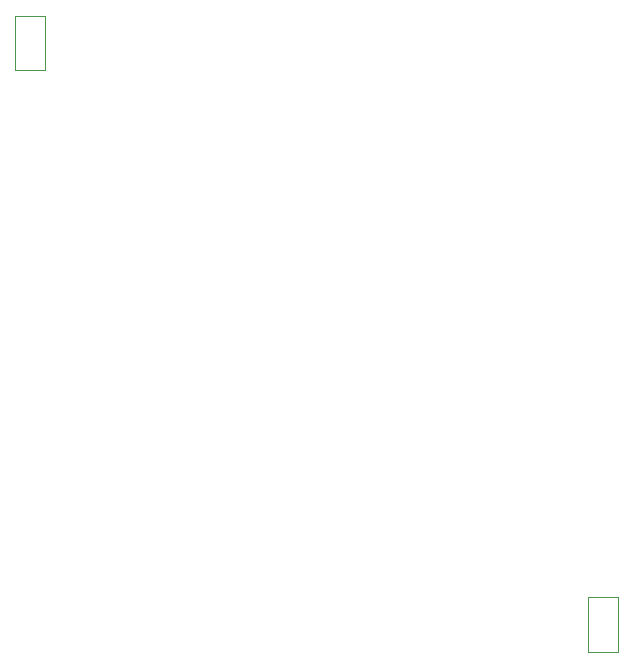
<source format=gbr>
G04 #@! TF.GenerationSoftware,KiCad,Pcbnew,5.1.5-52549c5~84~ubuntu18.04.1*
G04 #@! TF.CreationDate,2020-02-05T15:24:46-05:00*
G04 #@! TF.ProjectId,datapod,64617461-706f-4642-9e6b-696361645f70,1*
G04 #@! TF.SameCoordinates,Original*
G04 #@! TF.FileFunction,Other,User*
%FSLAX46Y46*%
G04 Gerber Fmt 4.6, Leading zero omitted, Abs format (unit mm)*
G04 Created by KiCad (PCBNEW 5.1.5-52549c5~84~ubuntu18.04.1) date 2020-02-05 15:24:46*
%MOMM*%
%LPD*%
G04 APERTURE LIST*
%ADD10C,0.050000*%
G04 APERTURE END LIST*
D10*
X151250000Y-79300000D02*
X151250000Y-74700000D01*
X151250000Y-79300000D02*
X148750000Y-79300000D01*
X148750000Y-74700000D02*
X151250000Y-74700000D01*
X148750000Y-74700000D02*
X148750000Y-79300000D01*
X102750000Y-30050000D02*
X102750000Y-25450000D01*
X102750000Y-30050000D02*
X100250000Y-30050000D01*
X100250000Y-25450000D02*
X102750000Y-25450000D01*
X100250000Y-25450000D02*
X100250000Y-30050000D01*
M02*

</source>
